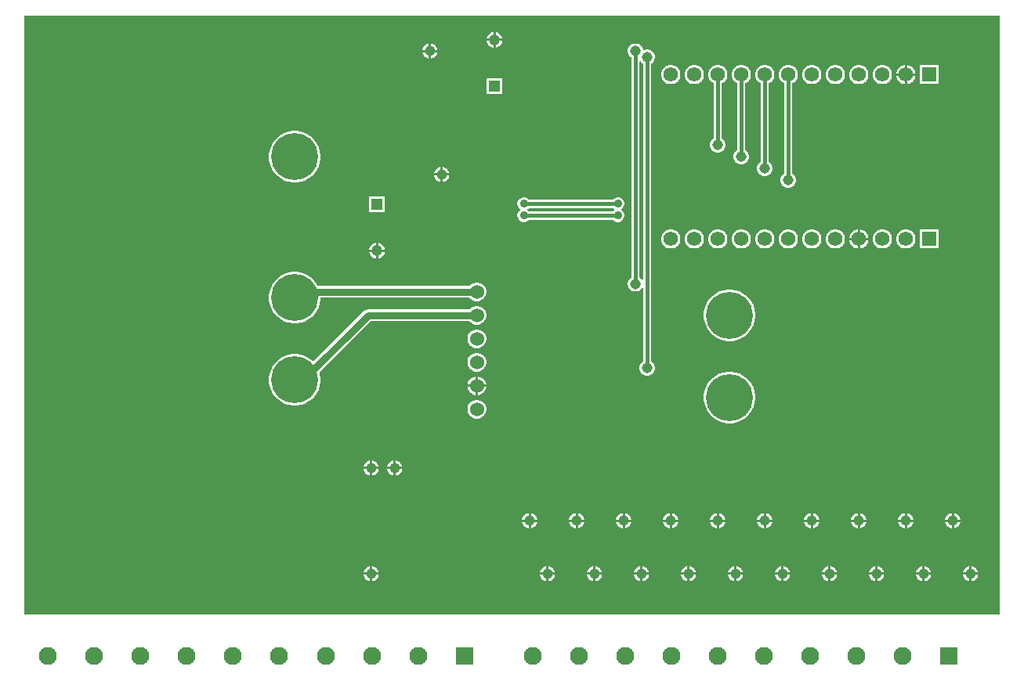
<source format=gbl>
G04*
G04 #@! TF.GenerationSoftware,Altium Limited,Altium Designer,21.6.4 (81)*
G04*
G04 Layer_Physical_Order=2*
G04 Layer_Color=16711680*
%FSLAX25Y25*%
%MOIN*%
G70*
G04*
G04 #@! TF.SameCoordinates,7FA0644F-06A5-4919-BB8C-97BE94AA254E*
G04*
G04*
G04 #@! TF.FilePolarity,Positive*
G04*
G01*
G75*
%ADD42C,0.01500*%
%ADD46C,0.07677*%
%ADD47R,0.07677X0.07677*%
%ADD48C,0.04724*%
%ADD49R,0.04724X0.04724*%
%ADD50C,0.20000*%
%ADD51C,0.06000*%
%ADD52C,0.06142*%
%ADD53R,0.06142X0.06142*%
%ADD54C,0.04500*%
%ADD55C,0.03500*%
%ADD56C,0.03000*%
%ADD57R,0.25000X0.15000*%
%ADD58R,0.10000X0.27500*%
%ADD59R,0.37500X0.27500*%
G36*
X420000Y40000D02*
X5000D01*
Y295000D01*
X420000D01*
Y40000D01*
D02*
G37*
%LPC*%
G36*
X205500Y288189D02*
Y285343D01*
X208347D01*
X208133Y286140D01*
X207690Y286907D01*
X207064Y287533D01*
X206298Y287976D01*
X205500Y288189D01*
D02*
G37*
G36*
X204500D02*
X203702Y287976D01*
X202936Y287533D01*
X202310Y286907D01*
X201867Y286140D01*
X201653Y285343D01*
X204500D01*
Y288189D01*
D02*
G37*
G36*
X208347Y284343D02*
X205500D01*
Y281496D01*
X206298Y281710D01*
X207064Y282152D01*
X207690Y282778D01*
X208133Y283545D01*
X208347Y284343D01*
D02*
G37*
G36*
X204500D02*
X201653D01*
X201867Y283545D01*
X202310Y282778D01*
X202936Y282152D01*
X203702Y281710D01*
X204500Y281496D01*
Y284343D01*
D02*
G37*
G36*
X178000Y283231D02*
Y280500D01*
X180731D01*
X180528Y281254D01*
X180101Y281996D01*
X179496Y282601D01*
X178754Y283029D01*
X178000Y283231D01*
D02*
G37*
G36*
X177000D02*
X176246Y283029D01*
X175505Y282601D01*
X174899Y281996D01*
X174471Y281254D01*
X174269Y280500D01*
X177000D01*
Y283231D01*
D02*
G37*
G36*
X180731Y279500D02*
X178000D01*
Y276769D01*
X178754Y276972D01*
X179496Y277399D01*
X180101Y278005D01*
X180528Y278746D01*
X180731Y279500D01*
D02*
G37*
G36*
X177000D02*
X174269D01*
X174471Y278746D01*
X174899Y278005D01*
X175505Y277399D01*
X176246Y276972D01*
X177000Y276769D01*
Y279500D01*
D02*
G37*
G36*
X380536Y274071D02*
X380500D01*
Y270500D01*
X384071D01*
Y270536D01*
X383793Y271571D01*
X383258Y272500D01*
X382500Y273257D01*
X381571Y273793D01*
X380536Y274071D01*
D02*
G37*
G36*
X120866Y281000D02*
X120500D01*
Y270500D01*
X131000D01*
Y270866D01*
X130729Y272576D01*
X130194Y274222D01*
X129408Y275765D01*
X128390Y277166D01*
X127166Y278390D01*
X125765Y279408D01*
X124223Y280194D01*
X122576Y280729D01*
X120866Y281000D01*
D02*
G37*
G36*
X119500D02*
X119134D01*
X117424Y280729D01*
X115778Y280194D01*
X114235Y279408D01*
X112834Y278390D01*
X111610Y277166D01*
X110592Y275765D01*
X109806Y274222D01*
X109271Y272576D01*
X109000Y270866D01*
Y270500D01*
X119500D01*
Y281000D01*
D02*
G37*
G36*
X379500Y274071D02*
X379464D01*
X378429Y273793D01*
X377500Y273257D01*
X376743Y272500D01*
X376207Y271571D01*
X375929Y270536D01*
Y270500D01*
X379500D01*
Y274071D01*
D02*
G37*
G36*
X394071D02*
X385929D01*
Y265929D01*
X394071D01*
Y274071D01*
D02*
G37*
G36*
X384071Y269500D02*
X380500D01*
Y265929D01*
X380536D01*
X381571Y266207D01*
X382500Y266742D01*
X383258Y267500D01*
X383793Y268429D01*
X384071Y269464D01*
Y269500D01*
D02*
G37*
G36*
X379500D02*
X375929D01*
Y269464D01*
X376207Y268429D01*
X376743Y267500D01*
X377500Y266742D01*
X378429Y266207D01*
X379464Y265929D01*
X379500D01*
Y269500D01*
D02*
G37*
G36*
X370536Y274071D02*
X369464D01*
X368429Y273793D01*
X367500Y273257D01*
X366742Y272500D01*
X366207Y271571D01*
X365929Y270536D01*
Y269464D01*
X366207Y268429D01*
X366742Y267500D01*
X367500Y266742D01*
X368429Y266207D01*
X369464Y265929D01*
X370536D01*
X371571Y266207D01*
X372500Y266742D01*
X373257Y267500D01*
X373793Y268429D01*
X374071Y269464D01*
Y270536D01*
X373793Y271571D01*
X373257Y272500D01*
X372500Y273257D01*
X371571Y273793D01*
X370536Y274071D01*
D02*
G37*
G36*
X360536D02*
X359464D01*
X358429Y273793D01*
X357500Y273257D01*
X356743Y272500D01*
X356207Y271571D01*
X355929Y270536D01*
Y269464D01*
X356207Y268429D01*
X356743Y267500D01*
X357500Y266742D01*
X358429Y266207D01*
X359464Y265929D01*
X360536D01*
X361571Y266207D01*
X362500Y266742D01*
X363258Y267500D01*
X363793Y268429D01*
X364071Y269464D01*
Y270536D01*
X363793Y271571D01*
X363258Y272500D01*
X362500Y273257D01*
X361571Y273793D01*
X360536Y274071D01*
D02*
G37*
G36*
X350536D02*
X349464D01*
X348429Y273793D01*
X347500Y273257D01*
X346743Y272500D01*
X346207Y271571D01*
X345929Y270536D01*
Y269464D01*
X346207Y268429D01*
X346743Y267500D01*
X347500Y266742D01*
X348429Y266207D01*
X349464Y265929D01*
X350536D01*
X351571Y266207D01*
X352500Y266742D01*
X353257Y267500D01*
X353793Y268429D01*
X354071Y269464D01*
Y270536D01*
X353793Y271571D01*
X353257Y272500D01*
X352500Y273257D01*
X351571Y273793D01*
X350536Y274071D01*
D02*
G37*
G36*
X340536D02*
X339464D01*
X338429Y273793D01*
X337500Y273257D01*
X336742Y272500D01*
X336207Y271571D01*
X335929Y270536D01*
Y269464D01*
X336207Y268429D01*
X336742Y267500D01*
X337500Y266742D01*
X338429Y266207D01*
X339464Y265929D01*
X340536D01*
X341571Y266207D01*
X342500Y266742D01*
X343257Y267500D01*
X343793Y268429D01*
X344071Y269464D01*
Y270536D01*
X343793Y271571D01*
X343257Y272500D01*
X342500Y273257D01*
X341571Y273793D01*
X340536Y274071D01*
D02*
G37*
G36*
X290536D02*
X289464D01*
X288429Y273793D01*
X287500Y273257D01*
X286742Y272500D01*
X286207Y271571D01*
X285929Y270536D01*
Y269464D01*
X286207Y268429D01*
X286742Y267500D01*
X287500Y266742D01*
X288429Y266207D01*
X289464Y265929D01*
X290536D01*
X291571Y266207D01*
X292500Y266742D01*
X293257Y267500D01*
X293793Y268429D01*
X294071Y269464D01*
Y270536D01*
X293793Y271571D01*
X293257Y272500D01*
X292500Y273257D01*
X291571Y273793D01*
X290536Y274071D01*
D02*
G37*
G36*
X280536D02*
X279464D01*
X278429Y273793D01*
X277500Y273257D01*
X276743Y272500D01*
X276207Y271571D01*
X275929Y270536D01*
Y269464D01*
X276207Y268429D01*
X276743Y267500D01*
X277500Y266742D01*
X278429Y266207D01*
X279464Y265929D01*
X280536D01*
X281571Y266207D01*
X282500Y266742D01*
X283258Y267500D01*
X283793Y268429D01*
X284071Y269464D01*
Y270536D01*
X283793Y271571D01*
X283258Y272500D01*
X282500Y273257D01*
X281571Y273793D01*
X280536Y274071D01*
D02*
G37*
G36*
X140500Y265731D02*
Y263000D01*
X143231D01*
X143028Y263754D01*
X142601Y264495D01*
X141996Y265101D01*
X141254Y265528D01*
X140500Y265731D01*
D02*
G37*
G36*
X139500D02*
X138746Y265528D01*
X138005Y265101D01*
X137399Y264495D01*
X136971Y263754D01*
X136769Y263000D01*
X139500D01*
Y265731D01*
D02*
G37*
G36*
X208362Y268520D02*
X201638D01*
Y261795D01*
X208362D01*
Y268520D01*
D02*
G37*
G36*
X131000Y269500D02*
X120500D01*
Y259000D01*
X120866D01*
X122576Y259271D01*
X124223Y259806D01*
X125765Y260592D01*
X127166Y261610D01*
X128390Y262834D01*
X129408Y264235D01*
X130194Y265777D01*
X130729Y267424D01*
X131000Y269134D01*
Y269500D01*
D02*
G37*
G36*
X119500D02*
X109000D01*
Y269134D01*
X109271Y267424D01*
X109806Y265777D01*
X110592Y264235D01*
X111610Y262834D01*
X112834Y261610D01*
X114235Y260592D01*
X115778Y259806D01*
X117424Y259271D01*
X119134Y259000D01*
X119500D01*
Y269500D01*
D02*
G37*
G36*
X143231Y262000D02*
X136769D01*
X136971Y261246D01*
X137399Y260505D01*
X137904Y260000D01*
X137399Y259495D01*
X136971Y258754D01*
X136769Y258000D01*
X143231D01*
X143028Y258754D01*
X142601Y259495D01*
X142096Y260000D01*
X142601Y260505D01*
X143028Y261246D01*
X143231Y262000D01*
D02*
G37*
G36*
Y257000D02*
X136769D01*
X136971Y256246D01*
X137399Y255504D01*
X137904Y255000D01*
X137399Y254496D01*
X136971Y253754D01*
X136769Y253000D01*
X143231D01*
X143028Y253754D01*
X142601Y254496D01*
X142096Y255000D01*
X142601Y255504D01*
X143028Y256246D01*
X143231Y257000D01*
D02*
G37*
G36*
Y252000D02*
X136769D01*
X136971Y251246D01*
X137399Y250504D01*
X137904Y250000D01*
X137399Y249496D01*
X136971Y248754D01*
X136769Y248000D01*
X143231D01*
X143028Y248754D01*
X142601Y249496D01*
X142096Y250000D01*
X142601Y250504D01*
X143028Y251246D01*
X143231Y252000D01*
D02*
G37*
G36*
Y247000D02*
X140500D01*
Y244269D01*
X141254Y244472D01*
X141996Y244899D01*
X142601Y245504D01*
X143028Y246246D01*
X143231Y247000D01*
D02*
G37*
G36*
X139500D02*
X136769D01*
X136971Y246246D01*
X137399Y245504D01*
X138005Y244899D01*
X138746Y244472D01*
X139500Y244269D01*
Y247000D01*
D02*
G37*
G36*
X300536Y274071D02*
X299464D01*
X298429Y273793D01*
X297500Y273257D01*
X296743Y272500D01*
X296207Y271571D01*
X295929Y270536D01*
Y269464D01*
X296207Y268429D01*
X296743Y267500D01*
X297500Y266742D01*
X298216Y266330D01*
Y242723D01*
X298005Y242601D01*
X297399Y241996D01*
X296972Y241254D01*
X296750Y240428D01*
Y239572D01*
X296972Y238746D01*
X297399Y238004D01*
X298005Y237399D01*
X298746Y236971D01*
X299572Y236750D01*
X300428D01*
X301254Y236971D01*
X301995Y237399D01*
X302601Y238004D01*
X303028Y238746D01*
X303250Y239572D01*
Y240428D01*
X303028Y241254D01*
X302601Y241996D01*
X301995Y242601D01*
X301784Y242723D01*
Y266330D01*
X302500Y266742D01*
X303257Y267500D01*
X303793Y268429D01*
X304071Y269464D01*
Y270536D01*
X303793Y271571D01*
X303257Y272500D01*
X302500Y273257D01*
X301571Y273793D01*
X300536Y274071D01*
D02*
G37*
G36*
X310536D02*
X309464D01*
X308429Y273793D01*
X307500Y273257D01*
X306743Y272500D01*
X306207Y271571D01*
X305929Y270536D01*
Y269464D01*
X306207Y268429D01*
X306743Y267500D01*
X307500Y266742D01*
X308216Y266330D01*
Y237723D01*
X308004Y237601D01*
X307399Y236996D01*
X306972Y236254D01*
X306750Y235428D01*
Y234572D01*
X306972Y233746D01*
X307399Y233004D01*
X308004Y232399D01*
X308746Y231972D01*
X309572Y231750D01*
X310428D01*
X311254Y231972D01*
X311996Y232399D01*
X312601Y233004D01*
X313029Y233746D01*
X313250Y234572D01*
Y235428D01*
X313029Y236254D01*
X312601Y236996D01*
X311996Y237601D01*
X311784Y237723D01*
Y266330D01*
X312500Y266742D01*
X313258Y267500D01*
X313793Y268429D01*
X314071Y269464D01*
Y270536D01*
X313793Y271571D01*
X313258Y272500D01*
X312500Y273257D01*
X311571Y273793D01*
X310536Y274071D01*
D02*
G37*
G36*
X183000Y230731D02*
Y228000D01*
X185731D01*
X185529Y228754D01*
X185101Y229496D01*
X184495Y230101D01*
X183754Y230528D01*
X183000Y230731D01*
D02*
G37*
G36*
X182000D02*
X181246Y230528D01*
X180505Y230101D01*
X179899Y229496D01*
X179472Y228754D01*
X179269Y228000D01*
X182000D01*
Y230731D01*
D02*
G37*
G36*
X320536Y274071D02*
X319464D01*
X318429Y273793D01*
X317500Y273257D01*
X316742Y272500D01*
X316207Y271571D01*
X315929Y270536D01*
Y269464D01*
X316207Y268429D01*
X316742Y267500D01*
X317500Y266742D01*
X318216Y266330D01*
Y232723D01*
X318004Y232601D01*
X317399Y231996D01*
X316971Y231254D01*
X316750Y230428D01*
Y229572D01*
X316971Y228746D01*
X317399Y228005D01*
X318004Y227399D01*
X318746Y226972D01*
X319572Y226750D01*
X320428D01*
X321254Y226972D01*
X321995Y227399D01*
X322601Y228005D01*
X323028Y228746D01*
X323250Y229572D01*
Y230428D01*
X323028Y231254D01*
X322601Y231996D01*
X321995Y232601D01*
X321784Y232723D01*
Y266330D01*
X322500Y266742D01*
X323257Y267500D01*
X323793Y268429D01*
X324071Y269464D01*
Y270536D01*
X323793Y271571D01*
X323257Y272500D01*
X322500Y273257D01*
X321571Y273793D01*
X320536Y274071D01*
D02*
G37*
G36*
X185731Y227000D02*
X183000D01*
Y224269D01*
X183754Y224471D01*
X184495Y224899D01*
X185101Y225504D01*
X185529Y226246D01*
X185731Y227000D01*
D02*
G37*
G36*
X182000D02*
X179269D01*
X179472Y226246D01*
X179899Y225504D01*
X180505Y224899D01*
X181246Y224471D01*
X182000Y224269D01*
Y227000D01*
D02*
G37*
G36*
X120866Y246000D02*
X119134D01*
X117424Y245729D01*
X115778Y245194D01*
X114235Y244408D01*
X112834Y243390D01*
X111610Y242166D01*
X110592Y240765D01*
X109806Y239223D01*
X109271Y237576D01*
X109000Y235866D01*
Y234134D01*
X109271Y232424D01*
X109806Y230778D01*
X110592Y229235D01*
X111610Y227834D01*
X112834Y226610D01*
X114235Y225592D01*
X115778Y224806D01*
X117424Y224271D01*
X119134Y224000D01*
X120866D01*
X122576Y224271D01*
X124223Y224806D01*
X125765Y225592D01*
X127166Y226610D01*
X128390Y227834D01*
X129408Y229235D01*
X130194Y230778D01*
X130729Y232424D01*
X131000Y234134D01*
Y235866D01*
X130729Y237576D01*
X130194Y239223D01*
X129408Y240765D01*
X128390Y242166D01*
X127166Y243390D01*
X125765Y244408D01*
X124223Y245194D01*
X122576Y245729D01*
X120866Y246000D01*
D02*
G37*
G36*
X330536Y274071D02*
X329464D01*
X328429Y273793D01*
X327500Y273257D01*
X326743Y272500D01*
X326207Y271571D01*
X325929Y270536D01*
Y269464D01*
X326207Y268429D01*
X326743Y267500D01*
X327500Y266742D01*
X328216Y266330D01*
Y227723D01*
X328005Y227601D01*
X327399Y226995D01*
X326972Y226254D01*
X326750Y225428D01*
Y224572D01*
X326972Y223746D01*
X327399Y223005D01*
X328005Y222399D01*
X328746Y221972D01*
X329572Y221750D01*
X330428D01*
X331254Y221972D01*
X331996Y222399D01*
X332601Y223005D01*
X333029Y223746D01*
X333250Y224572D01*
Y225428D01*
X333029Y226254D01*
X332601Y226995D01*
X331996Y227601D01*
X331784Y227723D01*
Y266330D01*
X332500Y266742D01*
X333258Y267500D01*
X333793Y268429D01*
X334071Y269464D01*
Y270536D01*
X333793Y271571D01*
X333258Y272500D01*
X332500Y273257D01*
X331571Y273793D01*
X330536Y274071D01*
D02*
G37*
G36*
X257862Y217750D02*
X257138D01*
X256438Y217563D01*
X255812Y217201D01*
X255395Y216784D01*
X219605D01*
X219188Y217201D01*
X218562Y217563D01*
X217862Y217750D01*
X217138D01*
X216439Y217563D01*
X215811Y217201D01*
X215299Y216688D01*
X214937Y216061D01*
X214750Y215362D01*
Y214638D01*
X214937Y213938D01*
X215299Y213312D01*
X215811Y212799D01*
X215897Y212750D01*
Y212250D01*
X215811Y212201D01*
X215299Y211688D01*
X214937Y211062D01*
X214750Y210362D01*
Y209638D01*
X214937Y208939D01*
X215299Y208312D01*
X215811Y207799D01*
X216439Y207437D01*
X217138Y207250D01*
X217862D01*
X218562Y207437D01*
X219188Y207799D01*
X219605Y208216D01*
X255395D01*
X255812Y207799D01*
X256438Y207437D01*
X257138Y207250D01*
X257862D01*
X258561Y207437D01*
X259189Y207799D01*
X259701Y208312D01*
X260063Y208939D01*
X260250Y209638D01*
Y210362D01*
X260063Y211062D01*
X259701Y211688D01*
X259189Y212201D01*
X259103Y212250D01*
Y212750D01*
X259189Y212799D01*
X259701Y213312D01*
X260063Y213938D01*
X260250Y214638D01*
Y215362D01*
X260063Y216061D01*
X259701Y216688D01*
X259189Y217201D01*
X258561Y217563D01*
X257862Y217750D01*
D02*
G37*
G36*
X158362Y218047D02*
X151638D01*
Y211323D01*
X158362D01*
Y218047D01*
D02*
G37*
G36*
X360536Y204071D02*
X360500D01*
Y200500D01*
X364071D01*
Y200536D01*
X363793Y201571D01*
X363258Y202500D01*
X362500Y203257D01*
X361571Y203793D01*
X360536Y204071D01*
D02*
G37*
G36*
X359500D02*
X359464D01*
X358429Y203793D01*
X357500Y203257D01*
X356743Y202500D01*
X356207Y201571D01*
X355929Y200536D01*
Y200500D01*
X359500D01*
Y204071D01*
D02*
G37*
G36*
X394071D02*
X385929D01*
Y195929D01*
X394071D01*
Y204071D01*
D02*
G37*
G36*
X380536D02*
X379464D01*
X378429Y203793D01*
X377500Y203257D01*
X376743Y202500D01*
X376207Y201571D01*
X375929Y200536D01*
Y199464D01*
X376207Y198429D01*
X376743Y197500D01*
X377500Y196742D01*
X378429Y196207D01*
X379464Y195929D01*
X380536D01*
X381571Y196207D01*
X382500Y196742D01*
X383258Y197500D01*
X383793Y198429D01*
X384071Y199464D01*
Y200536D01*
X383793Y201571D01*
X383258Y202500D01*
X382500Y203257D01*
X381571Y203793D01*
X380536Y204071D01*
D02*
G37*
G36*
X370536D02*
X369464D01*
X368429Y203793D01*
X367500Y203257D01*
X366742Y202500D01*
X366207Y201571D01*
X365929Y200536D01*
Y199464D01*
X366207Y198429D01*
X366742Y197500D01*
X367500Y196742D01*
X368429Y196207D01*
X369464Y195929D01*
X370536D01*
X371571Y196207D01*
X372500Y196742D01*
X373257Y197500D01*
X373793Y198429D01*
X374071Y199464D01*
Y200536D01*
X373793Y201571D01*
X373257Y202500D01*
X372500Y203257D01*
X371571Y203793D01*
X370536Y204071D01*
D02*
G37*
G36*
X364071Y199500D02*
X360500D01*
Y195929D01*
X360536D01*
X361571Y196207D01*
X362500Y196742D01*
X363258Y197500D01*
X363793Y198429D01*
X364071Y199464D01*
Y199500D01*
D02*
G37*
G36*
X359500D02*
X355929D01*
Y199464D01*
X356207Y198429D01*
X356743Y197500D01*
X357500Y196742D01*
X358429Y196207D01*
X359464Y195929D01*
X359500D01*
Y199500D01*
D02*
G37*
G36*
X350536Y204071D02*
X349464D01*
X348429Y203793D01*
X347500Y203257D01*
X346743Y202500D01*
X346207Y201571D01*
X345929Y200536D01*
Y199464D01*
X346207Y198429D01*
X346743Y197500D01*
X347500Y196742D01*
X348429Y196207D01*
X349464Y195929D01*
X350536D01*
X351571Y196207D01*
X352500Y196742D01*
X353257Y197500D01*
X353793Y198429D01*
X354071Y199464D01*
Y200536D01*
X353793Y201571D01*
X353257Y202500D01*
X352500Y203257D01*
X351571Y203793D01*
X350536Y204071D01*
D02*
G37*
G36*
X340536D02*
X339464D01*
X338429Y203793D01*
X337500Y203257D01*
X336742Y202500D01*
X336207Y201571D01*
X335929Y200536D01*
Y199464D01*
X336207Y198429D01*
X336742Y197500D01*
X337500Y196742D01*
X338429Y196207D01*
X339464Y195929D01*
X340536D01*
X341571Y196207D01*
X342500Y196742D01*
X343257Y197500D01*
X343793Y198429D01*
X344071Y199464D01*
Y200536D01*
X343793Y201571D01*
X343257Y202500D01*
X342500Y203257D01*
X341571Y203793D01*
X340536Y204071D01*
D02*
G37*
G36*
X330536D02*
X329464D01*
X328429Y203793D01*
X327500Y203257D01*
X326743Y202500D01*
X326207Y201571D01*
X325929Y200536D01*
Y199464D01*
X326207Y198429D01*
X326743Y197500D01*
X327500Y196742D01*
X328429Y196207D01*
X329464Y195929D01*
X330536D01*
X331571Y196207D01*
X332500Y196742D01*
X333258Y197500D01*
X333793Y198429D01*
X334071Y199464D01*
Y200536D01*
X333793Y201571D01*
X333258Y202500D01*
X332500Y203257D01*
X331571Y203793D01*
X330536Y204071D01*
D02*
G37*
G36*
X320536D02*
X319464D01*
X318429Y203793D01*
X317500Y203257D01*
X316742Y202500D01*
X316207Y201571D01*
X315929Y200536D01*
Y199464D01*
X316207Y198429D01*
X316742Y197500D01*
X317500Y196742D01*
X318429Y196207D01*
X319464Y195929D01*
X320536D01*
X321571Y196207D01*
X322500Y196742D01*
X323257Y197500D01*
X323793Y198429D01*
X324071Y199464D01*
Y200536D01*
X323793Y201571D01*
X323257Y202500D01*
X322500Y203257D01*
X321571Y203793D01*
X320536Y204071D01*
D02*
G37*
G36*
X310536D02*
X309464D01*
X308429Y203793D01*
X307500Y203257D01*
X306743Y202500D01*
X306207Y201571D01*
X305929Y200536D01*
Y199464D01*
X306207Y198429D01*
X306743Y197500D01*
X307500Y196742D01*
X308429Y196207D01*
X309464Y195929D01*
X310536D01*
X311571Y196207D01*
X312500Y196742D01*
X313258Y197500D01*
X313793Y198429D01*
X314071Y199464D01*
Y200536D01*
X313793Y201571D01*
X313258Y202500D01*
X312500Y203257D01*
X311571Y203793D01*
X310536Y204071D01*
D02*
G37*
G36*
X300536D02*
X299464D01*
X298429Y203793D01*
X297500Y203257D01*
X296743Y202500D01*
X296207Y201571D01*
X295929Y200536D01*
Y199464D01*
X296207Y198429D01*
X296743Y197500D01*
X297500Y196742D01*
X298429Y196207D01*
X299464Y195929D01*
X300536D01*
X301571Y196207D01*
X302500Y196742D01*
X303257Y197500D01*
X303793Y198429D01*
X304071Y199464D01*
Y200536D01*
X303793Y201571D01*
X303257Y202500D01*
X302500Y203257D01*
X301571Y203793D01*
X300536Y204071D01*
D02*
G37*
G36*
X290536D02*
X289464D01*
X288429Y203793D01*
X287500Y203257D01*
X286742Y202500D01*
X286207Y201571D01*
X285929Y200536D01*
Y199464D01*
X286207Y198429D01*
X286742Y197500D01*
X287500Y196742D01*
X288429Y196207D01*
X289464Y195929D01*
X290536D01*
X291571Y196207D01*
X292500Y196742D01*
X293257Y197500D01*
X293793Y198429D01*
X294071Y199464D01*
Y200536D01*
X293793Y201571D01*
X293257Y202500D01*
X292500Y203257D01*
X291571Y203793D01*
X290536Y204071D01*
D02*
G37*
G36*
X280536D02*
X279464D01*
X278429Y203793D01*
X277500Y203257D01*
X276743Y202500D01*
X276207Y201571D01*
X275929Y200536D01*
Y199464D01*
X276207Y198429D01*
X276743Y197500D01*
X277500Y196742D01*
X278429Y196207D01*
X279464Y195929D01*
X280536D01*
X281571Y196207D01*
X282500Y196742D01*
X283258Y197500D01*
X283793Y198429D01*
X284071Y199464D01*
Y200536D01*
X283793Y201571D01*
X283258Y202500D01*
X282500Y203257D01*
X281571Y203793D01*
X280536Y204071D01*
D02*
G37*
G36*
X155500Y198347D02*
Y195500D01*
X158347D01*
X158133Y196298D01*
X157690Y197064D01*
X157064Y197690D01*
X156298Y198133D01*
X155500Y198347D01*
D02*
G37*
G36*
X154500D02*
X153702Y198133D01*
X152936Y197690D01*
X152310Y197064D01*
X151867Y196298D01*
X151653Y195500D01*
X154500D01*
Y198347D01*
D02*
G37*
G36*
X158347Y194500D02*
X155500D01*
Y191653D01*
X156298Y191867D01*
X157064Y192310D01*
X157690Y192936D01*
X158133Y193702D01*
X158347Y194500D01*
D02*
G37*
G36*
X154500D02*
X151653D01*
X151867Y193702D01*
X152310Y192936D01*
X152936Y192310D01*
X153702Y191867D01*
X154500Y191653D01*
Y194500D01*
D02*
G37*
G36*
X120866Y186000D02*
X119134D01*
X117424Y185729D01*
X115778Y185194D01*
X114235Y184408D01*
X112834Y183390D01*
X111610Y182166D01*
X110592Y180765D01*
X109806Y179223D01*
X109271Y177576D01*
X109000Y175866D01*
Y174134D01*
X109271Y172424D01*
X109806Y170777D01*
X110592Y169235D01*
X111610Y167834D01*
X112834Y166610D01*
X114235Y165592D01*
X115778Y164806D01*
X117424Y164271D01*
X119134Y164000D01*
X120866D01*
X122576Y164271D01*
X124223Y164806D01*
X125765Y165592D01*
X127166Y166610D01*
X128390Y167834D01*
X129408Y169235D01*
X130194Y170777D01*
X130729Y172424D01*
X131000Y174134D01*
Y174951D01*
X194392D01*
X195044Y174299D01*
X195956Y173773D01*
X196973Y173500D01*
X198027D01*
X199044Y173773D01*
X199956Y174299D01*
X200701Y175044D01*
X201227Y175956D01*
X201500Y176973D01*
Y178027D01*
X201227Y179044D01*
X200701Y179956D01*
X199956Y180701D01*
X199044Y181227D01*
X198027Y181500D01*
X196973D01*
X195956Y181227D01*
X195044Y180701D01*
X194392Y180049D01*
X129773D01*
X129408Y180765D01*
X128390Y182166D01*
X127166Y183390D01*
X125765Y184408D01*
X124223Y185194D01*
X122576Y185729D01*
X120866Y186000D01*
D02*
G37*
G36*
X198027Y171500D02*
X196973D01*
X195956Y171227D01*
X195044Y170701D01*
X194392Y170049D01*
X151250D01*
X150275Y169855D01*
X149448Y169302D01*
X127851Y147706D01*
X127166Y148390D01*
X125765Y149408D01*
X124223Y150194D01*
X122576Y150729D01*
X120866Y151000D01*
X119134D01*
X117424Y150729D01*
X115778Y150194D01*
X114235Y149408D01*
X112834Y148390D01*
X111610Y147166D01*
X110592Y145765D01*
X109806Y144222D01*
X109271Y142576D01*
X109000Y140866D01*
Y139134D01*
X109271Y137424D01*
X109806Y135777D01*
X110592Y134235D01*
X111610Y132834D01*
X112834Y131610D01*
X114235Y130592D01*
X115778Y129806D01*
X117424Y129271D01*
X119134Y129000D01*
X120866D01*
X122576Y129271D01*
X124223Y129806D01*
X125765Y130592D01*
X127166Y131610D01*
X128390Y132834D01*
X129408Y134235D01*
X130194Y135777D01*
X130729Y137424D01*
X131000Y139134D01*
Y140866D01*
X130729Y142576D01*
X130533Y143178D01*
X152306Y164951D01*
X194392D01*
X195044Y164299D01*
X195956Y163773D01*
X196973Y163500D01*
X198027D01*
X199044Y163773D01*
X199956Y164299D01*
X200701Y165044D01*
X201227Y165956D01*
X201500Y166973D01*
Y168027D01*
X201227Y169044D01*
X200701Y169956D01*
X199956Y170701D01*
X199044Y171227D01*
X198027Y171500D01*
D02*
G37*
G36*
X252000Y160731D02*
X251246Y160529D01*
X250504Y160101D01*
X250000Y159596D01*
X249496Y160101D01*
X248754Y160529D01*
X248000Y160731D01*
Y157500D01*
X247500D01*
Y157000D01*
X244269D01*
X244472Y156246D01*
X244899Y155505D01*
X245404Y155000D01*
X244899Y154496D01*
X244472Y153754D01*
X244269Y153000D01*
X247500D01*
Y152500D01*
X248000D01*
Y149269D01*
X248754Y149471D01*
X249496Y149899D01*
X250000Y150404D01*
X250504Y149899D01*
X251246Y149471D01*
X252000Y149269D01*
Y152500D01*
X253000D01*
Y149269D01*
X253754Y149471D01*
X254496Y149899D01*
X255000Y150404D01*
X255504Y149899D01*
X256246Y149471D01*
X257000Y149269D01*
Y152500D01*
Y155731D01*
X256246Y155528D01*
X255504Y155101D01*
X255000Y154596D01*
X254596Y155000D01*
X255101Y155505D01*
X255528Y156246D01*
X255731Y157000D01*
X252500D01*
Y157500D01*
X252000D01*
Y160731D01*
D02*
G37*
G36*
X253000D02*
Y158000D01*
X255731D01*
X255528Y158754D01*
X255101Y159495D01*
X254496Y160101D01*
X253754Y160529D01*
X253000Y160731D01*
D02*
G37*
G36*
X247000D02*
X246246Y160529D01*
X245504Y160101D01*
X244899Y159495D01*
X244472Y158754D01*
X244269Y158000D01*
X247000D01*
Y160731D01*
D02*
G37*
G36*
X305866Y178500D02*
X304134D01*
X302424Y178229D01*
X300778Y177694D01*
X299235Y176908D01*
X297834Y175890D01*
X296610Y174666D01*
X295592Y173265D01*
X294806Y171722D01*
X294271Y170076D01*
X294000Y168366D01*
Y166634D01*
X294271Y164924D01*
X294806Y163277D01*
X295592Y161735D01*
X296610Y160334D01*
X297834Y159110D01*
X299235Y158092D01*
X300778Y157306D01*
X302424Y156771D01*
X304134Y156500D01*
X305866D01*
X307576Y156771D01*
X309223Y157306D01*
X310765Y158092D01*
X312166Y159110D01*
X313390Y160334D01*
X314408Y161735D01*
X315194Y163277D01*
X315729Y164924D01*
X316000Y166634D01*
Y168366D01*
X315729Y170076D01*
X315194Y171722D01*
X314408Y173265D01*
X313390Y174666D01*
X312166Y175890D01*
X310765Y176908D01*
X309223Y177694D01*
X307576Y178229D01*
X305866Y178500D01*
D02*
G37*
G36*
X262000Y155731D02*
X261246Y155528D01*
X260505Y155101D01*
X260000Y154596D01*
X259495Y155101D01*
X258754Y155528D01*
X258000Y155731D01*
Y152500D01*
Y149269D01*
X258754Y149471D01*
X259495Y149899D01*
X260000Y150404D01*
X260505Y149899D01*
X261246Y149471D01*
X262000Y149269D01*
Y152500D01*
Y155731D01*
D02*
G37*
G36*
X198027Y161500D02*
X196973D01*
X195956Y161227D01*
X195044Y160701D01*
X194299Y159956D01*
X193773Y159044D01*
X193500Y158027D01*
Y156973D01*
X193773Y155956D01*
X194299Y155044D01*
X195044Y154299D01*
X195956Y153773D01*
X196973Y153500D01*
X198027D01*
X199044Y153773D01*
X199956Y154299D01*
X200701Y155044D01*
X201227Y155956D01*
X201500Y156973D01*
Y158027D01*
X201227Y159044D01*
X200701Y159956D01*
X199956Y160701D01*
X199044Y161227D01*
X198027Y161500D01*
D02*
G37*
G36*
X263000Y155731D02*
Y153000D01*
X265731D01*
X265528Y153754D01*
X265101Y154496D01*
X264495Y155101D01*
X263754Y155528D01*
X263000Y155731D01*
D02*
G37*
G36*
X265731Y152000D02*
X263000D01*
Y149269D01*
X263754Y149471D01*
X264495Y149899D01*
X265101Y150505D01*
X265528Y151246D01*
X265731Y152000D01*
D02*
G37*
G36*
X247000D02*
X244269D01*
X244472Y151246D01*
X244899Y150505D01*
X245504Y149899D01*
X246246Y149471D01*
X247000Y149269D01*
Y152000D01*
D02*
G37*
G36*
X198027Y151500D02*
X196973D01*
X195956Y151227D01*
X195044Y150701D01*
X194299Y149956D01*
X193773Y149044D01*
X193500Y148027D01*
Y146973D01*
X193773Y145956D01*
X194299Y145044D01*
X195044Y144299D01*
X195956Y143773D01*
X196973Y143500D01*
X198027D01*
X199044Y143773D01*
X199956Y144299D01*
X200701Y145044D01*
X201227Y145956D01*
X201500Y146973D01*
Y148027D01*
X201227Y149044D01*
X200701Y149956D01*
X199956Y150701D01*
X199044Y151227D01*
X198027Y151500D01*
D02*
G37*
G36*
X265428Y283250D02*
X264572D01*
X263746Y283029D01*
X263004Y282601D01*
X262399Y281996D01*
X261971Y281254D01*
X261750Y280428D01*
Y279572D01*
X261971Y278746D01*
X262399Y278005D01*
X263004Y277399D01*
X263216Y277277D01*
Y183589D01*
X263004Y183467D01*
X262399Y182862D01*
X261971Y182121D01*
X261750Y181294D01*
Y180438D01*
X261971Y179612D01*
X262399Y178871D01*
X263004Y178266D01*
X263746Y177838D01*
X264572Y177616D01*
X265428D01*
X266254Y177838D01*
X266996Y178266D01*
X267601Y178871D01*
X267716Y179070D01*
X268216Y178936D01*
Y147723D01*
X268004Y147601D01*
X267399Y146995D01*
X266971Y146254D01*
X266750Y145428D01*
Y144572D01*
X266971Y143746D01*
X267399Y143005D01*
X268004Y142399D01*
X268746Y141972D01*
X269572Y141750D01*
X270428D01*
X271254Y141972D01*
X271995Y142399D01*
X272601Y143005D01*
X273028Y143746D01*
X273250Y144572D01*
Y145428D01*
X273028Y146254D01*
X272601Y146995D01*
X271995Y147601D01*
X271784Y147723D01*
Y274777D01*
X271995Y274899D01*
X272601Y275504D01*
X273028Y276246D01*
X273250Y277072D01*
Y277928D01*
X273028Y278754D01*
X272601Y279496D01*
X271995Y280101D01*
X271254Y280528D01*
X270428Y280750D01*
X269572D01*
X268746Y280528D01*
X268728Y280518D01*
X268159Y280767D01*
X268028Y281254D01*
X267601Y281996D01*
X266996Y282601D01*
X266254Y283029D01*
X265428Y283250D01*
D02*
G37*
G36*
X198027Y141500D02*
X198000D01*
Y138000D01*
X201500D01*
Y138027D01*
X201227Y139044D01*
X200701Y139956D01*
X199956Y140701D01*
X199044Y141227D01*
X198027Y141500D01*
D02*
G37*
G36*
X197000D02*
X196973D01*
X195956Y141227D01*
X195044Y140701D01*
X194299Y139956D01*
X193773Y139044D01*
X193500Y138027D01*
Y138000D01*
X197000D01*
Y141500D01*
D02*
G37*
G36*
X201500Y137000D02*
X198000D01*
Y133500D01*
X198027D01*
X199044Y133773D01*
X199956Y134299D01*
X200701Y135044D01*
X201227Y135956D01*
X201500Y136973D01*
Y137000D01*
D02*
G37*
G36*
X197000D02*
X193500D01*
Y136973D01*
X193773Y135956D01*
X194299Y135044D01*
X195044Y134299D01*
X195956Y133773D01*
X196973Y133500D01*
X197000D01*
Y137000D01*
D02*
G37*
G36*
X252000Y125731D02*
X251246Y125529D01*
X250504Y125101D01*
X250000Y124596D01*
X249496Y125101D01*
X248754Y125529D01*
X248000Y125731D01*
Y122500D01*
X247500D01*
Y122000D01*
X244269D01*
X244472Y121246D01*
X244899Y120504D01*
X245404Y120000D01*
X244899Y119495D01*
X244472Y118754D01*
X244269Y118000D01*
X247500D01*
Y117500D01*
X248000D01*
Y114269D01*
X248754Y114471D01*
X249496Y114899D01*
X250000Y115404D01*
X250504Y114899D01*
X251246Y114471D01*
X252000Y114269D01*
Y117500D01*
X253000D01*
Y114269D01*
X253754Y114471D01*
X254496Y114899D01*
X255000Y115404D01*
X255504Y114899D01*
X256246Y114471D01*
X257000Y114269D01*
Y117500D01*
Y120731D01*
X256246Y120528D01*
X255504Y120101D01*
X255000Y119596D01*
X254596Y120000D01*
X255101Y120504D01*
X255528Y121246D01*
X255731Y122000D01*
X252500D01*
Y122500D01*
X252000D01*
Y125731D01*
D02*
G37*
G36*
X198027Y131500D02*
X196973D01*
X195956Y131227D01*
X195044Y130701D01*
X194299Y129956D01*
X193773Y129044D01*
X193500Y128027D01*
Y126973D01*
X193773Y125956D01*
X194299Y125044D01*
X195044Y124299D01*
X195956Y123773D01*
X196973Y123500D01*
X198027D01*
X199044Y123773D01*
X199956Y124299D01*
X200701Y125044D01*
X201227Y125956D01*
X201500Y126973D01*
Y128027D01*
X201227Y129044D01*
X200701Y129956D01*
X199956Y130701D01*
X199044Y131227D01*
X198027Y131500D01*
D02*
G37*
G36*
X253000Y125731D02*
Y123000D01*
X255731D01*
X255528Y123754D01*
X255101Y124495D01*
X254496Y125101D01*
X253754Y125529D01*
X253000Y125731D01*
D02*
G37*
G36*
X247000D02*
X246246Y125529D01*
X245504Y125101D01*
X244899Y124495D01*
X244472Y123754D01*
X244269Y123000D01*
X247000D01*
Y125731D01*
D02*
G37*
G36*
X305866Y143500D02*
X304134D01*
X302424Y143229D01*
X300778Y142694D01*
X299235Y141908D01*
X297834Y140890D01*
X296610Y139666D01*
X295592Y138265D01*
X294806Y136723D01*
X294271Y135076D01*
X294000Y133366D01*
Y131634D01*
X294271Y129924D01*
X294806Y128278D01*
X295592Y126735D01*
X296610Y125334D01*
X297834Y124110D01*
X299235Y123092D01*
X300778Y122306D01*
X302424Y121771D01*
X304134Y121500D01*
X305866D01*
X307576Y121771D01*
X309223Y122306D01*
X310765Y123092D01*
X312166Y124110D01*
X313390Y125334D01*
X314408Y126735D01*
X315194Y128278D01*
X315729Y129924D01*
X316000Y131634D01*
Y133366D01*
X315729Y135076D01*
X315194Y136723D01*
X314408Y138265D01*
X313390Y139666D01*
X312166Y140890D01*
X310765Y141908D01*
X309223Y142694D01*
X307576Y143229D01*
X305866Y143500D01*
D02*
G37*
G36*
X262000Y120731D02*
X261246Y120528D01*
X260505Y120101D01*
X260000Y119596D01*
X259495Y120101D01*
X258754Y120528D01*
X258000Y120731D01*
Y117500D01*
Y114269D01*
X258754Y114471D01*
X259495Y114899D01*
X260000Y115404D01*
X260505Y114899D01*
X261246Y114471D01*
X262000Y114269D01*
Y117500D01*
Y120731D01*
D02*
G37*
G36*
X263000D02*
Y118000D01*
X265731D01*
X265528Y118754D01*
X265101Y119495D01*
X264495Y120101D01*
X263754Y120528D01*
X263000Y120731D01*
D02*
G37*
G36*
X265731Y117000D02*
X263000D01*
Y114269D01*
X263754Y114471D01*
X264495Y114899D01*
X265101Y115505D01*
X265528Y116246D01*
X265731Y117000D01*
D02*
G37*
G36*
X247000D02*
X244269D01*
X244472Y116246D01*
X244899Y115505D01*
X245504Y114899D01*
X246246Y114471D01*
X247000Y114269D01*
Y117000D01*
D02*
G37*
G36*
X163000Y105731D02*
Y103000D01*
X165731D01*
X165529Y103754D01*
X165101Y104496D01*
X164496Y105101D01*
X163754Y105528D01*
X163000Y105731D01*
D02*
G37*
G36*
X162000D02*
X161246Y105528D01*
X160504Y105101D01*
X159899Y104496D01*
X159471Y103754D01*
X159269Y103000D01*
X162000D01*
Y105731D01*
D02*
G37*
G36*
X153000D02*
Y103000D01*
X155731D01*
X155528Y103754D01*
X155101Y104496D01*
X154496Y105101D01*
X153754Y105528D01*
X153000Y105731D01*
D02*
G37*
G36*
X152000D02*
X151246Y105528D01*
X150505Y105101D01*
X149899Y104496D01*
X149471Y103754D01*
X149269Y103000D01*
X152000D01*
Y105731D01*
D02*
G37*
G36*
X165731Y102000D02*
X163000D01*
Y99269D01*
X163754Y99471D01*
X164496Y99899D01*
X165101Y100505D01*
X165529Y101246D01*
X165731Y102000D01*
D02*
G37*
G36*
X162000D02*
X159269D01*
X159471Y101246D01*
X159899Y100505D01*
X160504Y99899D01*
X161246Y99471D01*
X162000Y99269D01*
Y102000D01*
D02*
G37*
G36*
X155731D02*
X153000D01*
Y99269D01*
X153754Y99471D01*
X154496Y99899D01*
X155101Y100505D01*
X155528Y101246D01*
X155731Y102000D01*
D02*
G37*
G36*
X152000D02*
X149269D01*
X149471Y101246D01*
X149899Y100505D01*
X150505Y99899D01*
X151246Y99471D01*
X152000Y99269D01*
Y102000D01*
D02*
G37*
G36*
X400500Y83231D02*
Y80500D01*
X403231D01*
X403028Y81254D01*
X402601Y81995D01*
X401996Y82601D01*
X401254Y83029D01*
X400500Y83231D01*
D02*
G37*
G36*
X399500D02*
X398746Y83029D01*
X398005Y82601D01*
X397399Y81995D01*
X396972Y81254D01*
X396769Y80500D01*
X399500D01*
Y83231D01*
D02*
G37*
G36*
X380500D02*
Y80500D01*
X383231D01*
X383029Y81254D01*
X382601Y81995D01*
X381996Y82601D01*
X381254Y83029D01*
X380500Y83231D01*
D02*
G37*
G36*
X379500D02*
X378746Y83029D01*
X378005Y82601D01*
X377399Y81995D01*
X376972Y81254D01*
X376769Y80500D01*
X379500D01*
Y83231D01*
D02*
G37*
G36*
X360500D02*
Y80500D01*
X363231D01*
X363029Y81254D01*
X362601Y81995D01*
X361996Y82601D01*
X361254Y83029D01*
X360500Y83231D01*
D02*
G37*
G36*
X359500D02*
X358746Y83029D01*
X358004Y82601D01*
X357399Y81995D01*
X356972Y81254D01*
X356769Y80500D01*
X359500D01*
Y83231D01*
D02*
G37*
G36*
X340500D02*
Y80500D01*
X343231D01*
X343028Y81254D01*
X342601Y81995D01*
X341996Y82601D01*
X341254Y83029D01*
X340500Y83231D01*
D02*
G37*
G36*
X339500D02*
X338746Y83029D01*
X338004Y82601D01*
X337399Y81995D01*
X336971Y81254D01*
X336769Y80500D01*
X339500D01*
Y83231D01*
D02*
G37*
G36*
X320500D02*
Y80500D01*
X323231D01*
X323028Y81254D01*
X322601Y81995D01*
X321995Y82601D01*
X321254Y83029D01*
X320500Y83231D01*
D02*
G37*
G36*
X319500D02*
X318746Y83029D01*
X318004Y82601D01*
X317399Y81995D01*
X316971Y81254D01*
X316769Y80500D01*
X319500D01*
Y83231D01*
D02*
G37*
G36*
X300500D02*
Y80500D01*
X303231D01*
X303028Y81254D01*
X302601Y81995D01*
X301995Y82601D01*
X301254Y83029D01*
X300500Y83231D01*
D02*
G37*
G36*
X299500D02*
X298746Y83029D01*
X298005Y82601D01*
X297399Y81995D01*
X296972Y81254D01*
X296769Y80500D01*
X299500D01*
Y83231D01*
D02*
G37*
G36*
X280500D02*
Y80500D01*
X283231D01*
X283029Y81254D01*
X282601Y81995D01*
X281996Y82601D01*
X281254Y83029D01*
X280500Y83231D01*
D02*
G37*
G36*
X279500D02*
X278746Y83029D01*
X278005Y82601D01*
X277399Y81995D01*
X276972Y81254D01*
X276769Y80500D01*
X279500D01*
Y83231D01*
D02*
G37*
G36*
X260500D02*
Y80500D01*
X263231D01*
X263029Y81254D01*
X262601Y81995D01*
X261996Y82601D01*
X261254Y83029D01*
X260500Y83231D01*
D02*
G37*
G36*
X259500D02*
X258746Y83029D01*
X258004Y82601D01*
X257399Y81995D01*
X256972Y81254D01*
X256769Y80500D01*
X259500D01*
Y83231D01*
D02*
G37*
G36*
X240500D02*
Y80500D01*
X243231D01*
X243028Y81254D01*
X242601Y81995D01*
X241996Y82601D01*
X241254Y83029D01*
X240500Y83231D01*
D02*
G37*
G36*
X239500D02*
X238746Y83029D01*
X238004Y82601D01*
X237399Y81995D01*
X236971Y81254D01*
X236769Y80500D01*
X239500D01*
Y83231D01*
D02*
G37*
G36*
X220500D02*
Y80500D01*
X223231D01*
X223028Y81254D01*
X222601Y81995D01*
X221995Y82601D01*
X221254Y83029D01*
X220500Y83231D01*
D02*
G37*
G36*
X219500D02*
X218746Y83029D01*
X218004Y82601D01*
X217399Y81995D01*
X216971Y81254D01*
X216769Y80500D01*
X219500D01*
Y83231D01*
D02*
G37*
G36*
X403231Y79500D02*
X400500D01*
Y76769D01*
X401254Y76972D01*
X401996Y77399D01*
X402601Y78004D01*
X403028Y78746D01*
X403231Y79500D01*
D02*
G37*
G36*
X399500D02*
X396769D01*
X396972Y78746D01*
X397399Y78004D01*
X398005Y77399D01*
X398746Y76972D01*
X399500Y76769D01*
Y79500D01*
D02*
G37*
G36*
X383231D02*
X380500D01*
Y76769D01*
X381254Y76972D01*
X381996Y77399D01*
X382601Y78004D01*
X383029Y78746D01*
X383231Y79500D01*
D02*
G37*
G36*
X379500D02*
X376769D01*
X376972Y78746D01*
X377399Y78004D01*
X378005Y77399D01*
X378746Y76972D01*
X379500Y76769D01*
Y79500D01*
D02*
G37*
G36*
X363231D02*
X360500D01*
Y76769D01*
X361254Y76972D01*
X361996Y77399D01*
X362601Y78004D01*
X363029Y78746D01*
X363231Y79500D01*
D02*
G37*
G36*
X359500D02*
X356769D01*
X356972Y78746D01*
X357399Y78004D01*
X358004Y77399D01*
X358746Y76972D01*
X359500Y76769D01*
Y79500D01*
D02*
G37*
G36*
X343231D02*
X340500D01*
Y76769D01*
X341254Y76972D01*
X341996Y77399D01*
X342601Y78004D01*
X343028Y78746D01*
X343231Y79500D01*
D02*
G37*
G36*
X339500D02*
X336769D01*
X336971Y78746D01*
X337399Y78004D01*
X338004Y77399D01*
X338746Y76972D01*
X339500Y76769D01*
Y79500D01*
D02*
G37*
G36*
X323231D02*
X320500D01*
Y76769D01*
X321254Y76972D01*
X321995Y77399D01*
X322601Y78004D01*
X323028Y78746D01*
X323231Y79500D01*
D02*
G37*
G36*
X319500D02*
X316769D01*
X316971Y78746D01*
X317399Y78004D01*
X318004Y77399D01*
X318746Y76972D01*
X319500Y76769D01*
Y79500D01*
D02*
G37*
G36*
X303231D02*
X300500D01*
Y76769D01*
X301254Y76972D01*
X301995Y77399D01*
X302601Y78004D01*
X303028Y78746D01*
X303231Y79500D01*
D02*
G37*
G36*
X299500D02*
X296769D01*
X296972Y78746D01*
X297399Y78004D01*
X298005Y77399D01*
X298746Y76972D01*
X299500Y76769D01*
Y79500D01*
D02*
G37*
G36*
X283231D02*
X280500D01*
Y76769D01*
X281254Y76972D01*
X281996Y77399D01*
X282601Y78004D01*
X283029Y78746D01*
X283231Y79500D01*
D02*
G37*
G36*
X279500D02*
X276769D01*
X276972Y78746D01*
X277399Y78004D01*
X278005Y77399D01*
X278746Y76972D01*
X279500Y76769D01*
Y79500D01*
D02*
G37*
G36*
X263231D02*
X260500D01*
Y76769D01*
X261254Y76972D01*
X261996Y77399D01*
X262601Y78004D01*
X263029Y78746D01*
X263231Y79500D01*
D02*
G37*
G36*
X259500D02*
X256769D01*
X256972Y78746D01*
X257399Y78004D01*
X258004Y77399D01*
X258746Y76972D01*
X259500Y76769D01*
Y79500D01*
D02*
G37*
G36*
X243231D02*
X240500D01*
Y76769D01*
X241254Y76972D01*
X241996Y77399D01*
X242601Y78004D01*
X243028Y78746D01*
X243231Y79500D01*
D02*
G37*
G36*
X239500D02*
X236769D01*
X236971Y78746D01*
X237399Y78004D01*
X238004Y77399D01*
X238746Y76972D01*
X239500Y76769D01*
Y79500D01*
D02*
G37*
G36*
X223231D02*
X220500D01*
Y76769D01*
X221254Y76972D01*
X221995Y77399D01*
X222601Y78004D01*
X223028Y78746D01*
X223231Y79500D01*
D02*
G37*
G36*
X219500D02*
X216769D01*
X216971Y78746D01*
X217399Y78004D01*
X218004Y77399D01*
X218746Y76972D01*
X219500Y76769D01*
Y79500D01*
D02*
G37*
G36*
X408000Y60731D02*
Y58000D01*
X410731D01*
X410529Y58754D01*
X410101Y59496D01*
X409495Y60101D01*
X408754Y60528D01*
X408000Y60731D01*
D02*
G37*
G36*
X407000D02*
X406246Y60528D01*
X405505Y60101D01*
X404899Y59496D01*
X404471Y58754D01*
X404269Y58000D01*
X407000D01*
Y60731D01*
D02*
G37*
G36*
X388000D02*
Y58000D01*
X390731D01*
X390528Y58754D01*
X390101Y59496D01*
X389495Y60101D01*
X388754Y60528D01*
X388000Y60731D01*
D02*
G37*
G36*
X387000D02*
X386246Y60528D01*
X385505Y60101D01*
X384899Y59496D01*
X384472Y58754D01*
X384269Y58000D01*
X387000D01*
Y60731D01*
D02*
G37*
G36*
X368000D02*
Y58000D01*
X370731D01*
X370529Y58754D01*
X370101Y59496D01*
X369496Y60101D01*
X368754Y60528D01*
X368000Y60731D01*
D02*
G37*
G36*
X367000D02*
X366246Y60528D01*
X365505Y60101D01*
X364899Y59496D01*
X364472Y58754D01*
X364269Y58000D01*
X367000D01*
Y60731D01*
D02*
G37*
G36*
X348000D02*
Y58000D01*
X350731D01*
X350529Y58754D01*
X350101Y59496D01*
X349496Y60101D01*
X348754Y60528D01*
X348000Y60731D01*
D02*
G37*
G36*
X347000D02*
X346246Y60528D01*
X345504Y60101D01*
X344899Y59496D01*
X344472Y58754D01*
X344269Y58000D01*
X347000D01*
Y60731D01*
D02*
G37*
G36*
X328000D02*
Y58000D01*
X330731D01*
X330528Y58754D01*
X330101Y59496D01*
X329496Y60101D01*
X328754Y60528D01*
X328000Y60731D01*
D02*
G37*
G36*
X327000D02*
X326246Y60528D01*
X325504Y60101D01*
X324899Y59496D01*
X324471Y58754D01*
X324269Y58000D01*
X327000D01*
Y60731D01*
D02*
G37*
G36*
X308000D02*
Y58000D01*
X310731D01*
X310528Y58754D01*
X310101Y59496D01*
X309495Y60101D01*
X308754Y60528D01*
X308000Y60731D01*
D02*
G37*
G36*
X307000D02*
X306246Y60528D01*
X305504Y60101D01*
X304899Y59496D01*
X304471Y58754D01*
X304269Y58000D01*
X307000D01*
Y60731D01*
D02*
G37*
G36*
X288000D02*
Y58000D01*
X290731D01*
X290528Y58754D01*
X290101Y59496D01*
X289495Y60101D01*
X288754Y60528D01*
X288000Y60731D01*
D02*
G37*
G36*
X287000D02*
X286246Y60528D01*
X285505Y60101D01*
X284899Y59496D01*
X284472Y58754D01*
X284269Y58000D01*
X287000D01*
Y60731D01*
D02*
G37*
G36*
X268000D02*
Y58000D01*
X270731D01*
X270529Y58754D01*
X270101Y59496D01*
X269496Y60101D01*
X268754Y60528D01*
X268000Y60731D01*
D02*
G37*
G36*
X267000D02*
X266246Y60528D01*
X265505Y60101D01*
X264899Y59496D01*
X264472Y58754D01*
X264269Y58000D01*
X267000D01*
Y60731D01*
D02*
G37*
G36*
X248000D02*
Y58000D01*
X250731D01*
X250529Y58754D01*
X250101Y59496D01*
X249496Y60101D01*
X248754Y60528D01*
X248000Y60731D01*
D02*
G37*
G36*
X247000D02*
X246246Y60528D01*
X245504Y60101D01*
X244899Y59496D01*
X244472Y58754D01*
X244269Y58000D01*
X247000D01*
Y60731D01*
D02*
G37*
G36*
X228000D02*
Y58000D01*
X230731D01*
X230528Y58754D01*
X230101Y59496D01*
X229496Y60101D01*
X228754Y60528D01*
X228000Y60731D01*
D02*
G37*
G36*
X227000D02*
X226246Y60528D01*
X225504Y60101D01*
X224899Y59496D01*
X224471Y58754D01*
X224269Y58000D01*
X227000D01*
Y60731D01*
D02*
G37*
G36*
X153000D02*
Y58000D01*
X155731D01*
X155528Y58754D01*
X155101Y59496D01*
X154496Y60101D01*
X153754Y60528D01*
X153000Y60731D01*
D02*
G37*
G36*
X152000D02*
X151246Y60528D01*
X150505Y60101D01*
X149899Y59496D01*
X149471Y58754D01*
X149269Y58000D01*
X152000D01*
Y60731D01*
D02*
G37*
G36*
X410731Y57000D02*
X408000D01*
Y54269D01*
X408754Y54471D01*
X409495Y54899D01*
X410101Y55505D01*
X410529Y56246D01*
X410731Y57000D01*
D02*
G37*
G36*
X407000D02*
X404269D01*
X404471Y56246D01*
X404899Y55505D01*
X405505Y54899D01*
X406246Y54471D01*
X407000Y54269D01*
Y57000D01*
D02*
G37*
G36*
X390731D02*
X388000D01*
Y54269D01*
X388754Y54471D01*
X389495Y54899D01*
X390101Y55505D01*
X390528Y56246D01*
X390731Y57000D01*
D02*
G37*
G36*
X387000D02*
X384269D01*
X384472Y56246D01*
X384899Y55505D01*
X385505Y54899D01*
X386246Y54471D01*
X387000Y54269D01*
Y57000D01*
D02*
G37*
G36*
X370731D02*
X368000D01*
Y54269D01*
X368754Y54471D01*
X369496Y54899D01*
X370101Y55505D01*
X370529Y56246D01*
X370731Y57000D01*
D02*
G37*
G36*
X367000D02*
X364269D01*
X364472Y56246D01*
X364899Y55505D01*
X365505Y54899D01*
X366246Y54471D01*
X367000Y54269D01*
Y57000D01*
D02*
G37*
G36*
X350731D02*
X348000D01*
Y54269D01*
X348754Y54471D01*
X349496Y54899D01*
X350101Y55505D01*
X350529Y56246D01*
X350731Y57000D01*
D02*
G37*
G36*
X347000D02*
X344269D01*
X344472Y56246D01*
X344899Y55505D01*
X345504Y54899D01*
X346246Y54471D01*
X347000Y54269D01*
Y57000D01*
D02*
G37*
G36*
X330731D02*
X328000D01*
Y54269D01*
X328754Y54471D01*
X329496Y54899D01*
X330101Y55505D01*
X330528Y56246D01*
X330731Y57000D01*
D02*
G37*
G36*
X327000D02*
X324269D01*
X324471Y56246D01*
X324899Y55505D01*
X325504Y54899D01*
X326246Y54471D01*
X327000Y54269D01*
Y57000D01*
D02*
G37*
G36*
X310731D02*
X308000D01*
Y54269D01*
X308754Y54471D01*
X309495Y54899D01*
X310101Y55505D01*
X310528Y56246D01*
X310731Y57000D01*
D02*
G37*
G36*
X307000D02*
X304269D01*
X304471Y56246D01*
X304899Y55505D01*
X305504Y54899D01*
X306246Y54471D01*
X307000Y54269D01*
Y57000D01*
D02*
G37*
G36*
X290731D02*
X288000D01*
Y54269D01*
X288754Y54471D01*
X289495Y54899D01*
X290101Y55505D01*
X290528Y56246D01*
X290731Y57000D01*
D02*
G37*
G36*
X287000D02*
X284269D01*
X284472Y56246D01*
X284899Y55505D01*
X285505Y54899D01*
X286246Y54471D01*
X287000Y54269D01*
Y57000D01*
D02*
G37*
G36*
X270731D02*
X268000D01*
Y54269D01*
X268754Y54471D01*
X269496Y54899D01*
X270101Y55505D01*
X270529Y56246D01*
X270731Y57000D01*
D02*
G37*
G36*
X267000D02*
X264269D01*
X264472Y56246D01*
X264899Y55505D01*
X265505Y54899D01*
X266246Y54471D01*
X267000Y54269D01*
Y57000D01*
D02*
G37*
G36*
X250731D02*
X248000D01*
Y54269D01*
X248754Y54471D01*
X249496Y54899D01*
X250101Y55505D01*
X250529Y56246D01*
X250731Y57000D01*
D02*
G37*
G36*
X247000D02*
X244269D01*
X244472Y56246D01*
X244899Y55505D01*
X245504Y54899D01*
X246246Y54471D01*
X247000Y54269D01*
Y57000D01*
D02*
G37*
G36*
X230731D02*
X228000D01*
Y54269D01*
X228754Y54471D01*
X229496Y54899D01*
X230101Y55505D01*
X230528Y56246D01*
X230731Y57000D01*
D02*
G37*
G36*
X227000D02*
X224269D01*
X224471Y56246D01*
X224899Y55505D01*
X225504Y54899D01*
X226246Y54471D01*
X227000Y54269D01*
Y57000D01*
D02*
G37*
G36*
X155731D02*
X153000D01*
Y54269D01*
X153754Y54471D01*
X154496Y54899D01*
X155101Y55505D01*
X155528Y56246D01*
X155731Y57000D01*
D02*
G37*
G36*
X152000D02*
X149269D01*
X149471Y56246D01*
X149899Y55505D01*
X150505Y54899D01*
X151246Y54471D01*
X152000Y54269D01*
Y57000D01*
D02*
G37*
%LPD*%
G36*
X255812Y212799D02*
X255897Y212750D01*
Y212250D01*
X255812Y212201D01*
X255395Y211784D01*
X219605D01*
X219188Y212201D01*
X219103Y212250D01*
Y212750D01*
X219188Y212799D01*
X219605Y213216D01*
X255395D01*
X255812Y212799D01*
D02*
G37*
G36*
X267399Y275504D02*
X268004Y274899D01*
X268216Y274777D01*
Y182796D01*
X267716Y182662D01*
X267601Y182862D01*
X266996Y183467D01*
X266784Y183589D01*
Y275570D01*
X267284Y275704D01*
X267399Y275504D01*
D02*
G37*
D42*
X270000Y145000D02*
Y277500D01*
X265000Y180866D02*
Y280000D01*
X217500Y210000D02*
X257500D01*
X217500Y215000D02*
X257500D01*
X330000Y225000D02*
Y270000D01*
X320000Y230000D02*
Y270000D01*
X310000Y235000D02*
Y270000D01*
X300000Y240000D02*
Y270000D01*
X120000Y175000D02*
X123324D01*
D46*
X15020Y22500D02*
D03*
X34705D02*
D03*
X54390D02*
D03*
X74075D02*
D03*
X93760D02*
D03*
X113445D02*
D03*
X133130D02*
D03*
X152815D02*
D03*
X172500D02*
D03*
X221260D02*
D03*
X240945D02*
D03*
X260630D02*
D03*
X280315D02*
D03*
X300000D02*
D03*
X319685D02*
D03*
X339370D02*
D03*
X359055D02*
D03*
X378740D02*
D03*
D47*
X192185D02*
D03*
X398425D02*
D03*
D48*
X205000Y284842D02*
D03*
X155000Y195000D02*
D03*
D49*
X205000Y265158D02*
D03*
X155000Y214685D02*
D03*
D50*
X305000Y167500D02*
D03*
Y132500D02*
D03*
X120000Y175000D02*
D03*
Y140000D02*
D03*
Y270000D02*
D03*
Y235000D02*
D03*
D51*
X197500Y157500D02*
D03*
Y167500D02*
D03*
Y177500D02*
D03*
Y147500D02*
D03*
Y137500D02*
D03*
Y127500D02*
D03*
D52*
X350000Y200000D02*
D03*
X360000D02*
D03*
X370000D02*
D03*
X380000D02*
D03*
X300000D02*
D03*
X310000D02*
D03*
X320000D02*
D03*
X330000D02*
D03*
X340000D02*
D03*
X290000D02*
D03*
X280000D02*
D03*
X350000Y270000D02*
D03*
X360000D02*
D03*
X370000D02*
D03*
X380000D02*
D03*
X300000D02*
D03*
X310000D02*
D03*
X320000D02*
D03*
X330000D02*
D03*
X340000D02*
D03*
X290000D02*
D03*
X280000D02*
D03*
D53*
X390000Y200000D02*
D03*
Y270000D02*
D03*
D54*
X340000Y80000D02*
D03*
X270000Y277500D02*
D03*
X140000Y262500D02*
D03*
Y257500D02*
D03*
Y252500D02*
D03*
Y247500D02*
D03*
X182500Y227500D02*
D03*
X162500Y102500D02*
D03*
X152500D02*
D03*
Y57500D02*
D03*
X400000Y80000D02*
D03*
X407500Y57500D02*
D03*
X330000Y225000D02*
D03*
X320000Y230000D02*
D03*
X310000Y235000D02*
D03*
X300000Y240000D02*
D03*
X287500Y57500D02*
D03*
X267500D02*
D03*
X247500D02*
D03*
X227500D02*
D03*
X307500D02*
D03*
X327500D02*
D03*
X347500D02*
D03*
X367500D02*
D03*
X387500D02*
D03*
X220000Y80000D02*
D03*
X240000D02*
D03*
X260000D02*
D03*
X280000D02*
D03*
X380000D02*
D03*
X320000D02*
D03*
X300000D02*
D03*
X360000D02*
D03*
X270000Y145000D02*
D03*
X265000Y180866D02*
D03*
Y280000D02*
D03*
X252500Y122500D02*
D03*
X247500D02*
D03*
Y152500D02*
D03*
X252500Y157500D02*
D03*
X257500Y117500D02*
D03*
X262500D02*
D03*
X252500Y152500D02*
D03*
X247500Y157500D02*
D03*
X257500Y152500D02*
D03*
X262500D02*
D03*
X247500Y117500D02*
D03*
X252500D02*
D03*
X177500Y280000D02*
D03*
D55*
X217500Y215000D02*
D03*
Y210000D02*
D03*
X257500D02*
D03*
Y215000D02*
D03*
D56*
X123324Y175000D02*
X127074D01*
X120000Y140000D02*
X123750D01*
X151250Y167500D01*
X197500D01*
X129574Y177500D02*
X197500D01*
X127074Y175000D02*
X129574Y177500D01*
D57*
X255000Y155000D02*
D03*
Y120000D02*
D03*
D58*
X140000Y256250D02*
D03*
D59*
X126250Y268750D02*
D03*
M02*

</source>
